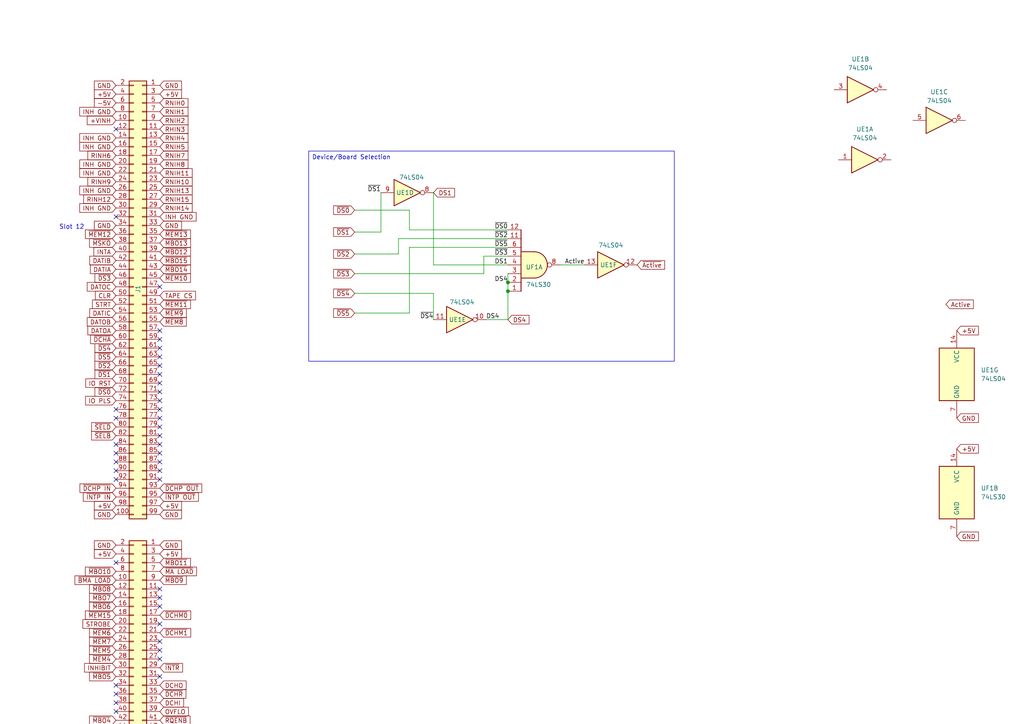
<source format=kicad_sch>
(kicad_sch (version 20230121) (generator eeschema)
  (paper "A4")
  (lib_symbols
    (symbol "74xx:74LS04"
      (property "Reference" "U" (at 0 1.27 0))
      (property "Value" "74LS04" (at 0 -1.27 0))
      (symbol "74LS04_1_0"
        (polyline (pts (xy -3.81 3.81) (xy -3.81 -3.81) (xy 3.81 0) (xy -3.81 3.81)) (stroke (width 0.254)) (fill (type background)))
        (pin input line (at -7.62 0 0) (length 3.81) (name "~") (number "1"))
        (pin output inverted (at 7.62 0 180) (length 3.81) (name "~") (number "2"))
      )
      (symbol "74LS04_2_0"
        (polyline (pts (xy -3.81 3.81) (xy -3.81 -3.81) (xy 3.81 0) (xy -3.81 3.81)) (stroke (width 0.254)) (fill (type background)))
        (pin input line (at -7.62 0 0) (length 3.81) (name "~") (number "3"))
        (pin output inverted (at 7.62 0 180) (length 3.81) (name "~") (number "4"))
      )
      (symbol "74LS04_3_0"
        (polyline (pts (xy -3.81 3.81) (xy -3.81 -3.81) (xy 3.81 0) (xy -3.81 3.81)) (stroke (width 0.254)) (fill (type background)))
        (pin input line (at -7.62 0 0) (length 3.81) (name "~") (number "5"))
        (pin output inverted (at 7.62 0 180) (length 3.81) (name "~") (number "6"))
      )
      (symbol "74LS04_4_0"
        (polyline (pts (xy -3.81 3.81) (xy -3.81 -3.81) (xy 3.81 0) (xy -3.81 3.81)) (stroke (width 0.254)) (fill (type background)))
        (pin output inverted (at 7.62 0 180) (length 3.81) (name "~") (number "8"))
        (pin input line (at -7.62 0 0) (length 3.81) (name "~") (number "9"))
      )
      (symbol "74LS04_5_0"
        (polyline (pts (xy -3.81 3.81) (xy -3.81 -3.81) (xy 3.81 0) (xy -3.81 3.81)) (stroke (width 0.254)) (fill (type background)))
        (pin output inverted (at 7.62 0 180) (length 3.81) (name "~") (number "10"))
        (pin input line (at -7.62 0 0) (length 3.81) (name "~") (number "11"))
      )
      (symbol "74LS04_6_0"
        (polyline (pts (xy -3.81 3.81) (xy -3.81 -3.81) (xy 3.81 0) (xy -3.81 3.81)) (stroke (width 0.254)) (fill (type background)))
        (pin output inverted (at 7.62 0 180) (length 3.81) (name "~") (number "12"))
        (pin input line (at -7.62 0 0) (length 3.81) (name "~") (number "13"))
      )
      (symbol "74LS04_7_0"
        (pin power_in line (at 0 12.7 270) (length 5.08) (name "VCC") (number "14"))
        (pin power_in line (at 0 -12.7 90) (length 5.08) (name "GND") (number "7"))
      )
      (symbol "74LS04_7_1"
        (rectangle (start -5.08 7.62) (end 5.08 -7.62) (stroke (width 0.254)) (fill (type background)))
      )
    )
    (symbol "74xx:74LS30" (pin_names (offset 1.016))
      (property "Reference" "U" (at 0 1.27 0))
      (property "Value" "74LS30" (at 0 -1.27 0))
      (symbol "74LS30_1_1"
        (arc (start 0 -3.81) (mid 3.7934 0) (end 0 3.81) (stroke (width 0.254)) (fill (type background)))
        (polyline (pts (xy -3.81 7.62) (xy -3.81 -10.16)) (stroke (width 0.254)))
        (polyline (pts (xy 0 3.81) (xy -3.81 3.81) (xy -3.81 -3.81) (xy 0 -3.81)) (stroke (width 0.254)) (fill (type background)))
        (pin input line (at -7.62 7.62 0) (length 3.81) (name "~") (number "1"))
        (pin input line (at -7.62 -7.62 0) (length 3.81) (name "~") (number "11"))
        (pin input line (at -7.62 -10.16 0) (length 3.81) (name "~") (number "12"))
        (pin input line (at -7.62 5.08 0) (length 3.81) (name "~") (number "2"))
        (pin input line (at -7.62 2.54 0) (length 3.81) (name "~") (number "3"))
        (pin input line (at -7.62 0 0) (length 3.81) (name "~") (number "4"))
        (pin input line (at -7.62 -2.54 0) (length 3.81) (name "~") (number "5"))
        (pin input line (at -7.62 -5.08 0) (length 3.81) (name "~") (number "6"))
        (pin output inverted (at 7.62 0 180) (length 3.81) (name "~") (number "8"))
      )
      (symbol "74LS30_1_2"
        (arc (start -3.81 -3.81) (mid -2.589 0) (end -3.81 3.81) (stroke (width 0.254)))
        (arc (start -0.6096 -3.81) (mid 2.1842 -2.5851) (end 3.81 0) (stroke (width 0.254)) (fill (type background)))
        (polyline (pts (xy -3.81 -3.81) (xy -3.81 -10.16)) (stroke (width 0.254)))
        (polyline (pts (xy -3.81 -3.81) (xy -0.635 -3.81)) (stroke (width 0.254)) (fill (type background)))
        (polyline (pts (xy -3.81 3.81) (xy -0.635 3.81)) (stroke (width 0.254)) (fill (type background)))
        (polyline (pts (xy -3.81 7.62) (xy -3.81 3.81)) (stroke (width 0.254)))
        (polyline (pts (xy -0.635 3.81) (xy -3.81 3.81) (xy -3.81 3.81) (xy -3.556 3.4036) (xy -3.0226 2.2606) (xy -2.6924 1.0414) (xy -2.6162 -0.254) (xy -2.7686 -1.4986) (xy -3.175 -2.7178) (xy -3.81 -3.81) (xy -3.81 -3.81) (xy -0.635 -3.81)) (stroke (width -25.4)) (fill (type background)))
        (arc (start 3.81 0) (mid 2.1915 2.5936) (end -0.6096 3.81) (stroke (width 0.254)) (fill (type background)))
        (pin input inverted (at -7.62 7.62 0) (length 3.81) (name "~") (number "1"))
        (pin input inverted (at -7.62 -7.62 0) (length 3.81) (name "~") (number "11"))
        (pin input inverted (at -7.62 -10.16 0) (length 3.81) (name "~") (number "12"))
        (pin input inverted (at -7.62 5.08 0) (length 3.81) (name "~") (number "2"))
        (pin input inverted (at -7.62 2.54 0) (length 4.5466) (name "~") (number "3"))
        (pin input inverted (at -7.62 0 0) (length 5.08) (name "~") (number "4"))
        (pin input inverted (at -7.62 -2.54 0) (length 4.5466) (name "~") (number "5"))
        (pin input inverted (at -7.62 -5.08 0) (length 3.81) (name "~") (number "6"))
        (pin output line (at 7.62 0 180) (length 3.81) (name "~") (number "8"))
      )
      (symbol "74LS30_2_0"
        (pin power_in line (at 0 12.7 270) (length 5.08) (name "VCC") (number "14"))
        (pin power_in line (at 0 -12.7 90) (length 5.08) (name "GND") (number "7"))
      )
      (symbol "74LS30_2_1"
        (rectangle (start -5.08 7.62) (end 5.08 -7.62) (stroke (width 0.254)) (fill (type background)))
      )
    )
    (symbol "NovaMem-rescue:Slot_02x50_Odd_Even-_local" (pin_names (offset 1.016) hide)
      (property "Reference" "J" (at 1.27 63.5 0))
      (property "Value" "_local_Slot_02x50_Odd_Even" (at 0 -66.04 0))
      (symbol "Slot_02x50_Odd_Even-_local_1_1"
        (rectangle (start -1.27 -63.373) (end 0 -63.627) (stroke (width 0.1524)))
        (rectangle (start -1.27 -60.833) (end 0 -61.087) (stroke (width 0.1524)))
        (rectangle (start -1.27 -58.293) (end 0 -58.547) (stroke (width 0.1524)))
        (rectangle (start -1.27 -55.753) (end 0 -56.007) (stroke (width 0.1524)))
        (rectangle (start -1.27 -53.213) (end 0 -53.467) (stroke (width 0.1524)))
        (rectangle (start -1.27 -50.673) (end 0 -50.927) (stroke (width 0.1524)))
        (rectangle (start -1.27 -48.133) (end 0 -48.387) (stroke (width 0.1524)))
        (rectangle (start -1.27 -45.593) (end 0 -45.847) (stroke (width 0.1524)))
        (rectangle (start -1.27 -43.053) (end 0 -43.307) (stroke (width 0.1524)))
        (rectangle (start -1.27 -40.513) (end 0 -40.767) (stroke (width 0.1524)))
        (rectangle (start -1.27 -37.973) (end 0 -38.227) (stroke (width 0.1524)))
        (rectangle (start -1.27 -35.433) (end 0 -35.687) (stroke (width 0.1524)))
        (rectangle (start -1.27 -32.893) (end 0 -33.147) (stroke (width 0.1524)))
        (rectangle (start -1.27 -30.353) (end 0 -30.607) (stroke (width 0.1524)))
        (rectangle (start -1.27 -27.813) (end 0 -28.067) (stroke (width 0.1524)))
        (rectangle (start -1.27 -25.273) (end 0 -25.527) (stroke (width 0.1524)))
        (rectangle (start -1.27 -22.733) (end 0 -22.987) (stroke (width 0.1524)))
        (rectangle (start -1.27 -20.193) (end 0 -20.447) (stroke (width 0.1524)))
        (rectangle (start -1.27 -17.653) (end 0 -17.907) (stroke (width 0.1524)))
        (rectangle (start -1.27 -15.113) (end 0 -15.367) (stroke (width 0.1524)))
        (rectangle (start -1.27 -12.573) (end 0 -12.827) (stroke (width 0.1524)))
        (rectangle (start -1.27 -10.033) (end 0 -10.287) (stroke (width 0.1524)))
        (rectangle (start -1.27 -7.493) (end 0 -7.747) (stroke (width 0.1524)))
        (rectangle (start -1.27 -4.953) (end 0 -5.207) (stroke (width 0.1524)))
        (rectangle (start -1.27 -2.413) (end 0 -2.667) (stroke (width 0.1524)))
        (rectangle (start -1.27 0.127) (end 0 -0.127) (stroke (width 0.1524)))
        (rectangle (start -1.27 2.667) (end 0 2.413) (stroke (width 0.1524)))
        (rectangle (start -1.27 5.207) (end 0 4.953) (stroke (width 0.1524)))
        (rectangle (start -1.27 7.747) (end 0 7.493) (stroke (width 0.1524)))
        (rectangle (start -1.27 10.287) (end 0 10.033) (stroke (width 0.1524)))
        (rectangle (start -1.27 12.827) (end 0 12.573) (stroke (width 0.1524)))
        (rectangle (start -1.27 15.367) (end 0 15.113) (stroke (width 0.1524)))
        (rectangle (start -1.27 17.907) (end 0 17.653) (stroke (width 0.1524)))
        (rectangle (start -1.27 20.447) (end 0 20.193) (stroke (width 0.1524)))
        (rectangle (start -1.27 22.987) (end 0 22.733) (stroke (width 0.1524)))
        (rectangle (start -1.27 25.527) (end 0 25.273) (stroke (width 0.1524)))
        (rectangle (start -1.27 28.067) (end 0 27.813) (stroke (width 0.1524)))
        (rectangle (start -1.27 30.607) (end 0 30.353) (stroke (width 0.1524)))
        (rectangle (start -1.27 33.147) (end 0 32.893) (stroke (width 0.1524)))
        (rectangle (start -1.27 35.687) (end 0 35.433) (stroke (width 0.1524)))
        (rectangle (start -1.27 38.227) (end 0 37.973) (stroke (width 0.1524)))
        (rectangle (start -1.27 40.767) (end 0 40.513) (stroke (width 0.1524)))
        (rectangle (start -1.27 43.307) (end 0 43.053) (stroke (width 0.1524)))
        (rectangle (start -1.27 45.847) (end 0 45.593) (stroke (width 0.1524)))
        (rectangle (start -1.27 48.387) (end 0 48.133) (stroke (width 0.1524)))
        (rectangle (start -1.27 50.927) (end 0 50.673) (stroke (width 0.1524)))
        (rectangle (start -1.27 53.467) (end 0 53.213) (stroke (width 0.1524)))
        (rectangle (start -1.27 56.007) (end 0 55.753) (stroke (width 0.1524)))
        (rectangle (start -1.27 58.547) (end 0 58.293) (stroke (width 0.1524)))
        (rectangle (start -1.27 61.087) (end 0 60.833) (stroke (width 0.1524)))
        (rectangle (start -1.27 62.23) (end 3.81 -64.77) (stroke (width 0.254)) (fill (type background)))
        (rectangle (start 3.81 -63.373) (end 2.54 -63.627) (stroke (width 0.1524)))
        (rectangle (start 3.81 -60.833) (end 2.54 -61.087) (stroke (width 0.1524)))
        (rectangle (start 3.81 -58.293) (end 2.54 -58.547) (stroke (width 0.1524)))
        (rectangle (start 3.81 -55.753) (end 2.54 -56.007) (stroke (width 0.1524)))
        (rectangle (start 3.81 -53.213) (end 2.54 -53.467) (stroke (width 0.1524)))
        (rectangle (start 3.81 -50.673) (end 2.54 -50.927) (stroke (width 0.1524)))
        (rectangle (start 3.81 -48.133) (end 2.54 -48.387) (stroke (width 0.1524)))
        (rectangle (start 3.81 -45.593) (end 2.54 -45.847) (stroke (width 0.1524)))
        (rectangle (start 3.81 -43.053) (end 2.54 -43.307) (stroke (width 0.1524)))
        (rectangle (start 3.81 -40.513) (end 2.54 -40.767) (stroke (width 0.1524)))
        (rectangle (start 3.81 -37.973) (end 2.54 -38.227) (stroke (width 0.1524)))
        (rectangle (start 3.81 -35.433) (end 2.54 -35.687) (stroke (width 0.1524)))
        (rectangle (start 3.81 -32.893) (end 2.54 -33.147) (stroke (width 0.1524)))
        (rectangle (start 3.81 -30.353) (end 2.54 -30.607) (stroke (width 0.1524)))
        (rectangle (start 3.81 -27.813) (end 2.54 -28.067) (stroke (width 0.1524)))
        (rectangle (start 3.81 -25.273) (end 2.54 -25.527) (stroke (width 0.1524)))
        (rectangle (start 3.81 -22.733) (end 2.54 -22.987) (stroke (width 0.1524)))
        (rectangle (start 3.81 -20.193) (end 2.54 -20.447) (stroke (width 0.1524)))
        (rectangle (start 3.81 -17.653) (end 2.54 -17.907) (stroke (width 0.1524)))
        (rectangle (start 3.81 -15.113) (end 2.54 -15.367) (stroke (width 0.1524)))
        (rectangle (start 3.81 -12.573) (end 2.54 -12.827) (stroke (width 0.1524)))
        (rectangle (start 3.81 -10.033) (end 2.54 -10.287) (stroke (width 0.1524)))
        (rectangle (start 3.81 -7.493) (end 2.54 -7.747) (stroke (width 0.1524)))
        (rectangle (start 3.81 -4.953) (end 2.54 -5.207) (stroke (width 0.1524)))
        (rectangle (start 3.81 -2.413) (end 2.54 -2.667) (stroke (width 0.1524)))
        (rectangle (start 3.81 0.127) (end 2.54 -0.127) (stroke (width 0.1524)))
        (rectangle (start 3.81 2.667) (end 2.54 2.413) (stroke (width 0.1524)))
        (rectangle (start 3.81 5.207) (end 2.54 4.953) (stroke (width 0.1524)))
        (rectangle (start 3.81 7.747) (end 2.54 7.493) (stroke (width 0.1524)))
        (rectangle (start 3.81 10.287) (end 2.54 10.033) (stroke (width 0.1524)))
        (rectangle (start 3.81 12.827) (end 2.54 12.573) (stroke (width 0.1524)))
        (rectangle (start 3.81 15.367) (end 2.54 15.113) (stroke (width 0.1524)))
        (rectangle (start 3.81 17.907) (end 2.54 17.653) (stroke (width 0.1524)))
        (rectangle (start 3.81 20.447) (end 2.54 20.193) (stroke (width 0.1524)))
        (rectangle (start 3.81 22.987) (end 2.54 22.733) (stroke (width 0.1524)))
        (rectangle (start 3.81 25.527) (end 2.54 25.273) (stroke (width 0.1524)))
        (rectangle (start 3.81 28.067) (end 2.54 27.813) (stroke (width 0.1524)))
        (rectangle (start 3.81 30.607) (end 2.54 30.353) (stroke (width 0.1524)))
        (rectangle (start 3.81 33.147) (end 2.54 32.893) (stroke (width 0.1524)))
        (rectangle (start 3.81 35.687) (end 2.54 35.433) (stroke (width 0.1524)))
        (rectangle (start 3.81 38.227) (end 2.54 37.973) (stroke (width 0.1524)))
        (rectangle (start 3.81 40.767) (end 2.54 40.513) (stroke (width 0.1524)))
        (rectangle (start 3.81 43.307) (end 2.54 43.053) (stroke (width 0.1524)))
        (rectangle (start 3.81 45.847) (end 2.54 45.593) (stroke (width 0.1524)))
        (rectangle (start 3.81 48.387) (end 2.54 48.133) (stroke (width 0.1524)))
        (rectangle (start 3.81 50.927) (end 2.54 50.673) (stroke (width 0.1524)))
        (rectangle (start 3.81 53.467) (end 2.54 53.213) (stroke (width 0.1524)))
        (rectangle (start 3.81 56.007) (end 2.54 55.753) (stroke (width 0.1524)))
        (rectangle (start 3.81 58.547) (end 2.54 58.293) (stroke (width 0.1524)))
        (rectangle (start 3.81 61.087) (end 2.54 60.833) (stroke (width 0.1524)))
        (pin passive line (at -5.08 60.96 0) (length 3.81) (name "Pin_1") (number "1"))
        (pin passive line (at 7.62 50.8 180) (length 3.81) (name "Pin_10") (number "10"))
        (pin passive line (at 7.62 -63.5 180) (length 3.81) (name "Pin_100") (number "100"))
        (pin passive line (at -5.08 48.26 0) (length 3.81) (name "Pin_11") (number "11"))
        (pin passive line (at 7.62 48.26 180) (length 3.81) (name "Pin_12") (number "12"))
        (pin passive line (at -5.08 45.72 0) (length 3.81) (name "Pin_13") (number "13"))
        (pin passive line (at 7.62 45.72 180) (length 3.81) (name "Pin_14") (number "14"))
        (pin passive line (at -5.08 43.18 0) (length 3.81) (name "Pin_15") (number "15"))
        (pin passive line (at 7.62 43.18 180) (length 3.81) (name "Pin_16") (number "16"))
        (pin passive line (at -5.08 40.64 0) (length 3.81) (name "Pin_17") (number "17"))
        (pin passive line (at 7.62 40.64 180) (length 3.81) (name "Pin_18") (number "18"))
        (pin passive line (at -5.08 38.1 0) (length 3.81) (name "Pin_19") (number "19"))
        (pin passive line (at 7.62 60.96 180) (length 3.81) (name "Pin_2") (number "2"))
        (pin passive line (at 7.62 38.1 180) (length 3.81) (name "Pin_20") (number "20"))
        (pin passive line (at -5.08 35.56 0) (length 3.81) (name "Pin_21") (number "21"))
        (pin passive line (at 7.62 35.56 180) (length 3.81) (name "Pin_22") (number "22"))
        (pin passive line (at -5.08 33.02 0) (length 3.81) (name "Pin_23") (number "23"))
        (pin passive line (at 7.62 33.02 180) (length 3.81) (name "Pin_24") (number "24"))
        (pin passive line (at -5.08 30.48 0) (length 3.81) (name "Pin_25") (number "25"))
        (pin passive line (at 7.62 30.48 180) (length 3.81) (name "Pin_26") (number "26"))
        (pin passive line (at -5.08 27.94 0) (length 3.81) (name "Pin_27") (number "27"))
        (pin passive line (at 7.62 27.94 180) (length 3.81) (name "Pin_28") (number "28"))
        (pin passive line (at -5.08 25.4 0) (length 3.81) (name "Pin_29") (number "29"))
        (pin passive line (at -5.08 58.42 0) (length 3.81) (name "Pin_3") (number "3"))
        (pin passive line (at 7.62 25.4 180) (length 3.81) (name "Pin_30") (number "30"))
        (pin passive line (at -5.08 22.86 0) (length 3.81) (name "Pin_31") (number "31"))
        (pin passive line (at 7.62 22.86 180) (length 3.81) (name "Pin_32") (number "32"))
        (pin passive line (at -5.08 20.32 0) (length 3.81) (name "Pin_33") (number "33"))
        (pin passive line (at 7.62 20.32 180) (length 3.81) (name "Pin_34") (number "34"))
        (pin passive line (at -5.08 17.78 0) (length 3.81) (name "Pin_35") (number "35"))
        (pin passive line (at 7.62 17.78 180) (length 3.81) (name "Pin_36") (number "36"))
        (pin passive line (at -5.08 15.24 0) (length 3.81) (name "Pin_37") (number "37"))
        (pin passive line (at 7.62 15.24 180) (length 3.81) (name "Pin_38") (number "38"))
        (pin passive line (at -5.08 12.7 0) (length 3.81) (name "Pin_39") (number "39"))
        (pin passive line (at 7.62 58.42 180) (length 3.81) (name "Pin_4") (number "4"))
        (pin passive line (at 7.62 12.7 180) (length 3.81) (name "Pin_40") (number "40"))
        (pin passive line (at -5.08 10.16 0) (length 3.81) (name "Pin_41") (number "41"))
        (pin passive line (at 7.62 10.16 180) (length 3.81) (name "Pin_42") (number "42"))
        (pin passive line (at -5.08 7.62 0) (length 3.81) (name "Pin_43") (number "43"))
        (pin passive line (at 7.62 7.62 180) (length 3.81) (name "Pin_44") (number "44"))
        (pin passive line (at -5.08 5.08 0) (length 3.81) (name "Pin_45") (number "45"))
        (pin passive line (at 7.62 5.08 180) (length 3.81) (name "Pin_46") (number "46"))
        (pin passive line (at -5.08 2.54 0) (length 3.81) (name "Pin_47") (number "47"))
        (pin passive line (at 7.62 2.54 180) (length 3.81) (name "Pin_48") (number "48"))
        (pin passive line (at -5.08 0 0) (length 3.81) (name "Pin_49") (number "49"))
        (pin passive line (at -5.08 55.88 0) (length 3.81) (name "Pin_5") (number "5"))
        (pin passive line (at 7.62 0 180) (length 3.81) (name "Pin_50") (number "50"))
        (pin passive line (at -5.08 -2.54 0) (length 3.81) (name "Pin_51") (number "51"))
        (pin passive line (at 7.62 -2.54 180) (length 3.81) (name "Pin_52") (number "52"))
        (pin passive line (at -5.08 -5.08 0) (length 3.81) (name "Pin_53") (number "53"))
        (pin passive line (at 7.62 -5.08 180) (length 3.81) (name "Pin_54") (number "54"))
        (pin passive line (at -5.08 -7.62 0) (length 3.81) (name "Pin_55") (number "55"))
        (pin passive line (at 7.62 -7.62 180) (length 3.81) (name "Pin_56") (number "56"))
        (pin passive line (at -5.08 -10.16 0) (length 3.81) (name "Pin_57") (number "57"))
        (pin passive line (at 7.62 -10.16 180) (length 3.81) (name "Pin_58") (number "58"))
        (pin passive line (at -5.08 -12.7 0) (length 3.81) (name "Pin_59") (number "59"))
        (pin passive line (at 7.62 55.88 180) (length 3.81) (name "Pin_6") (number "6"))
        (pin passive line (at 7.62 -12.7 180) (length 3.81) (name "Pin_60") (number "60"))
        (pin passive line (at -5.08 -15.24 0) (length 3.81) (name "Pin_61") (number "61"))
        (pin passive line (at 7.62 -15.24 180) (length 3.81) (name "Pin_62") (number "62"))
        (pin passive line (at -5.08 -17.78 0) (length 3.81) (name "Pin_63") (number "63"))
        (pin passive line (at 7.62 -17.78 180) (length 3.81) (name "Pin_64") (number "64"))
        (pin passive line (at -5.08 -20.32 0) (length 3.81) (name "Pin_65") (number "65"))
        (pin passive line (at 7.62 -20.32 180) (length 3.81) (name "Pin_66") (number "66"))
        (pin passive line (at -5.08 -22.86 0) (length 3.81) (name "Pin_67") (number "67"))
        (pin passive line (at 7.62 -22.86 180) (length 3.81) (name "Pin_68") (number "68"))
        (pin passive line (at -5.08 -25.4 0) (length 3.81) (name "Pin_69") (number "69"))
        (pin passive line (at -5.08 53.34 0) (length 3.81) (name "Pin_7") (number "7"))
        (pin passive line (at 7.62 -25.4 180) (length 3.81) (name "Pin_70") (number "70"))
        (pin passive line (at -5.08 -27.94 0) (length 3.81) (name "Pin_71") (number "71"))
        (pin passive line (at 7.62 -27.94 180) (length 3.81) (name "Pin_72") (number "72"))
        (pin passive line (at -5.08 -30.48 0) (length 3.81) (name "Pin_73") (number "73"))
        (pin passive line (at 7.62 -30.48 180) (length 3.81) (name "Pin_74") (number "74"))
        (pin passive line (at -5.08 -33.02 0) (length 3.81) (name "Pin_75") (number "75"))
        (pin passive line (at 7.62 -33.02 180) (length 3.81) (name "Pin_76") (number "76"))
        (pin passive line (at -5.08 -35.56 0) (length 3.81) (name "Pin_77") (number "77"))
        (pin passive line (at 7.62 -35.56 180) (length 3.81) (name "Pin_78") (number "78"))
        (pin passive line (at -5.08 -38.1 0) (length 3.81) (name "Pin_79") (number "79"))
        (pin passive line (at 7.62 53.34 180) (length 3.81) (name "Pin_8") (number "8"))
        (pin passive line (at 7.62 -38.1 180) (length 3.81) (name "Pin_80") (number "80"))
        (pin passive line (at -5.08 -40.64 0) (length 3.81) (name "Pin_81") (number "81"))
        (pin passive line (at 7.62 -40.64 180) (length 3.81) (name "Pin_82") (number "82"))
        (pin passive line (at -5.08 -43.18 0) (length 3.81) (name "Pin_83") (number "83"))
        (pin passive line (at 7.62 -43.18 180) (length 3.81) (name "Pin_84") (number "84"))
        (pin passive line (at -5.08 -45.72 0) (length 3.81) (name "Pin_85") (number "85"))
        (pin passive line (at 7.62 -45.72 180) (length 3.81) (name "Pin_86") (number "86"))
        (pin passive line (at -5.08 -48.26 0) (length 3.81) (name "Pin_87") (number "87"))
        (pin passive line (at 7.62 -48.26 180) (length 3.81) (name "Pin_88") (number "88"))
        (pin passive line (at -5.08 -50.8 0) (length 3.81) (name "Pin_89") (number "89"))
        (pin passive line (at -5.08 50.8 0) (length 3.81) (name "Pin_9") (number "9"))
        (pin passive line (at 7.62 -50.8 180) (length 3.81) (name "Pin_90") (number "90"))
        (pin passive line (at -5.08 -53.34 0) (length 3.81) (name "Pin_91") (number "91"))
        (pin passive line (at 7.62 -53.34 180) (length 3.81) (name "Pin_92") (number "92"))
        (pin passive line (at -5.08 -55.88 0) (length 3.81) (name "Pin_93") (number "93"))
        (pin passive line (at 7.62 -55.88 180) (length 3.81) (name "Pin_94") (number "94"))
        (pin passive line (at -5.08 -58.42 0) (length 3.81) (name "Pin_95") (number "95"))
        (pin passive line (at 7.62 -58.42 180) (length 3.81) (name "Pin_96") (number "96"))
        (pin passive line (at -5.08 -60.96 0) (length 3.81) (name "Pin_69") (number "97"))
        (pin passive line (at 7.62 -60.96 180) (length 3.81) (name "Pin_98") (number "98"))
        (pin passive line (at -5.08 -63.5 0) (length 3.81) (name "Pin_99") (number "99"))
      )
    )
  )
  (junction (at 147.32 81.915))
  (junction (at 147.32 84.455))
  (no_connect (at 46.355 121.285))
  (no_connect (at 33.655 133.985))
  (no_connect (at 46.355 116.205))
  (no_connect (at 46.355 173.355))
  (no_connect (at 46.355 111.125))
  (no_connect (at 33.655 221.615))
  (no_connect (at 33.655 131.445))
  (no_connect (at 33.655 203.835))
  (no_connect (at 33.655 267.335))
  (no_connect (at 33.655 136.525))
  (no_connect (at 46.355 272.415))
  (no_connect (at 46.355 244.475))
  (no_connect (at 46.355 131.445))
  (no_connect (at 33.655 139.065))
  (no_connect (at 46.355 241.935))
  (no_connect (at 33.655 206.375))
  (no_connect (at 46.355 100.965))
  (no_connect (at 33.655 224.155))
  (no_connect (at 46.355 219.075))
  (no_connect (at 46.355 221.615))
  (no_connect (at 46.355 186.055))
  (no_connect (at 46.355 196.215))
  (no_connect (at 33.655 198.755))
  (no_connect (at 33.655 216.535))
  (no_connect (at 33.655 163.195))
  (no_connect (at 46.355 106.045))
  (no_connect (at 33.655 201.295))
  (no_connect (at 46.355 274.955))
  (no_connect (at 46.355 95.885))
  (no_connect (at 46.355 108.585))
  (no_connect (at 46.355 224.155))
  (no_connect (at 46.355 126.365))
  (no_connect (at 46.355 188.595))
  (no_connect (at 46.355 123.825))
  (no_connect (at 46.355 128.905))
  (no_connect (at 46.355 170.815))
  (no_connect (at 46.355 133.985))
  (no_connect (at 33.655 62.865))
  (no_connect (at 33.655 128.905))
  (no_connect (at 46.355 175.895))
  (no_connect (at 46.355 118.745))
  (no_connect (at 46.355 191.135))
  (no_connect (at 33.655 277.495))
  (no_connect (at 46.355 113.665))
  (no_connect (at 46.355 136.525))
  (no_connect (at 46.355 180.975))
  (no_connect (at 33.655 121.285))
  (no_connect (at 46.355 103.505))
  (no_connect (at 33.655 274.955))
  (no_connect (at 46.355 139.065))
  (no_connect (at 33.655 118.745))
  (no_connect (at 46.355 262.255))
  (no_connect (at 46.355 98.425))
  (no_connect (at 33.655 37.465))
  (no_connect (at 46.355 83.185))
  (wire (pts (xy 118.745 60.96) (xy 102.87 60.96)))
  (wire (pts (xy 110.49 67.31) (xy 110.49 55.88)))
  (wire (pts (xy 125.73 76.835) (xy 147.32 76.835)))
  (wire (pts (xy 140.335 74.295) (xy 147.32 74.295)))
  (wire (pts (xy 118.745 90.805) (xy 118.745 71.755)))
  (wire (pts (xy 102.87 67.31) (xy 110.49 67.31)))
  (wire (pts (xy 118.745 71.755) (xy 147.32 71.755)))
  (wire (pts (xy 115.57 73.66) (xy 115.57 69.215)))
  (wire (pts (xy 115.57 69.215) (xy 147.32 69.215)))
  (wire (pts (xy 140.97 92.71) (xy 147.32 92.71)))
  (wire (pts (xy 118.745 66.675) (xy 118.745 60.96)))
  (wire (pts (xy 102.87 79.375) (xy 140.335 79.375)))
  (wire (pts (xy 162.56 76.835) (xy 169.545 76.835)))
  (wire (pts (xy 102.87 73.66) (xy 115.57 73.66)))
  (wire (pts (xy 147.32 92.71) (xy 147.32 84.455)))
  (wire (pts (xy 125.73 55.88) (xy 125.73 76.835)))
  (wire (pts (xy 147.32 66.675) (xy 118.745 66.675)))
  (wire (pts (xy 102.87 90.805) (xy 118.745 90.805)))
  (wire (pts (xy 140.335 79.375) (xy 140.335 74.295)))
  (wire (pts (xy 102.87 85.09) (xy 125.73 85.09)))
  (wire (pts (xy 147.32 81.915) (xy 147.32 79.375)))
  (wire (pts (xy 125.73 85.09) (xy 125.73 92.71)))
  (wire (pts (xy 147.32 84.455) (xy 147.32 81.915)))
  (text_box "Device/Board Selection" (at 89.535 43.815 0) (size 106.045 60.96) (effects (font (size 1.27 1.27)) (justify left top)))
  (text "Slot 12" (at 17.145 66.675 0) (effects (font (size 1.27 1.27)) (justify left bottom)))
  (text "Slot 12" (at 12.7 250.825 0) (effects (font (size 1.27 1.27)) (justify left bottom)))
  (text "Slot 12" (at 64.135 219.71 0) (effects (font (size 1.27 1.27)) (justify right bottom)))
  (text "Slot 12" (at 64.77 250.19 0) (effects (font (size 1.27 1.27)) (justify right bottom)))
  (text "B" (at 13.335 222.885 90) (effects (font (size 1.27 1.27)) (justify left bottom)))
  (label "DS4" (at 147.32 81.915 180))
  (label "~{DS2}" (at 147.32 69.215 180))
  (label "~{DS5}" (at 147.32 71.755 180))
  (label "Active" (at 169.545 76.835 180))
  (label "~{DS0}" (at 147.32 66.675 180))
  (label "~{DS1}" (at 110.49 55.88 180))
  (label "~{DS3}" (at 147.32 74.295 180))
  (label "DS4" (at 140.97 92.71 0))
  (label "DS1" (at 147.32 76.835 180))
  (label "~{DS4}" (at 125.73 92.71 180))
  (global_label "DATIA" (shape input) (at 33.655 78.105 180) (property "Intersheetrefs" "${INTERSHEET_REFS}" (effects hide)))
  (global_label "~{DATA15}" (shape input) (at 33.655 239.395 180) (property "Intersheetrefs" "${INTERSHEET_REFS}" (effects hide)))
  (global_label "+5V" (shape input) (at 33.655 280.035 180) (property "Intersheetrefs" "${INTERSHEET_REFS}" (effects hide)))
  (global_label "INH GND" (shape input) (at 33.655 60.325 180) (property "Intersheetrefs" "${INTERSHEET_REFS}" (effects hide)))
  (global_label "~{DS3}" (shape input) (at 33.655 80.645 180) (property "Intersheetrefs" "${INTERSHEET_REFS}" (effects hide)))
  (global_label "IO PLS" (shape input) (at 33.655 116.205 180) (property "Intersheetrefs" "${INTERSHEET_REFS}" (effects hide)))
  (global_label "~{DS0}" (shape input) (at 33.655 113.665 180) (property "Intersheetrefs" "${INTERSHEET_REFS}" (effects hide)))
  (global_label "~{INHIBIT SELECT}" (shape input) (at 46.355 264.795 0) (property "Intersheetrefs" "${INTERSHEET_REFS}" (effects hide)))
  (global_label "~{MBO8}" (shape input) (at 33.655 170.815 180) (property "Intersheetrefs" "${INTERSHEET_REFS}" (effects hide)))
  (global_label "~{DCHP OUT}" (shape input) (at 46.355 141.605 0) (property "Intersheetrefs" "${INTERSHEET_REFS}" (effects hide)))
  (global_label "STRT" (shape input) (at 33.655 88.265 180) (property "Intersheetrefs" "${INTERSHEET_REFS}" (effects hide)))
  (global_label "GND" (shape input) (at 33.655 149.225 180) (property "Intersheetrefs" "${INTERSHEET_REFS}" (effects hide)))
  (global_label "INH GND" (shape input) (at 33.655 50.165 180) (property "Intersheetrefs" "${INTERSHEET_REFS}" (effects hide)))
  (global_label "+5V" (shape input) (at 33.655 27.305 180) (property "Intersheetrefs" "${INTERSHEET_REFS}" (effects hide)))
  (global_label "~{MEM14}" (shape input) (at 33.655 252.095 180) (property "Intersheetrefs" "${INTERSHEET_REFS}" (effects hide)))
  (global_label "~{MEM7}" (shape input) (at 33.655 186.055 180) (property "Intersheetrefs" "${INTERSHEET_REFS}" (effects hide)))
  (global_label "~{MSKO}" (shape input) (at 33.655 70.485 180) (property "Intersheetrefs" "${INTERSHEET_REFS}" (effects hide)))
  (global_label "RNIH1" (shape input) (at 46.355 32.385 0) (property "Intersheetrefs" "${INTERSHEET_REFS}" (effects hide)))
  (global_label "~{EXT SELECT}" (shape input) (at 33.655 257.175 180) (property "Intersheetrefs" "${INTERSHEET_REFS}" (effects hide)))
  (global_label "RNIH5" (shape input) (at 46.355 42.545 0) (property "Intersheetrefs" "${INTERSHEET_REFS}" (effects hide)))
  (global_label "~{INH TRANS}" (shape input) (at 46.355 213.995 0) (property "Intersheetrefs" "${INTERSHEET_REFS}" (effects hide)))
  (global_label "~{MEM10}" (shape input) (at 46.355 80.645 0) (property "Intersheetrefs" "${INTERSHEET_REFS}" (effects hide)))
  (global_label "~{MBO9}" (shape input) (at 46.355 168.275 0) (property "Intersheetrefs" "${INTERSHEET_REFS}" (effects hide)))
  (global_label "~{READ2}" (shape input) (at 33.655 269.875 180) (property "Intersheetrefs" "${INTERSHEET_REFS}" (effects hide)))
  (global_label "IO RST" (shape input) (at 33.655 111.125 180) (property "Intersheetrefs" "${INTERSHEET_REFS}" (effects hide)))
  (global_label "~{BMA LOAD}" (shape input) (at 33.655 168.275 180) (property "Intersheetrefs" "${INTERSHEET_REFS}" (effects hide)))
  (global_label "+5V" (shape input) (at 33.655 160.655 180) (property "Intersheetrefs" "${INTERSHEET_REFS}" (effects hide)))
  (global_label "~{DS4}" (shape input) (at 102.87 85.09 180) (property "Intersheetrefs" "${INTERSHEET_REFS}" (effects hide)))
  (global_label "~{MEM9}" (shape input) (at 46.355 90.805 0) (property "Intersheetrefs" "${INTERSHEET_REFS}" (effects hide)))
  (global_label "~{INTR}" (shape input) (at 46.355 193.675 0) (property "Intersheetrefs" "${INTERSHEET_REFS}" (effects hide)))
  (global_label "~{DATA1}" (shape input) (at 46.355 239.395 0) (property "Intersheetrefs" "${INTERSHEET_REFS}" (effects hide)))
  (global_label "GND" (shape input) (at 33.655 24.765 180) (property "Intersheetrefs" "${INTERSHEET_REFS}" (effects hide)))
  (global_label "RNIH8" (shape input) (at 46.355 47.625 0) (property "Intersheetrefs" "${INTERSHEET_REFS}" (effects hide)))
  (global_label "~{DS2}" (shape input) (at 102.87 73.66 180) (property "Intersheetrefs" "${INTERSHEET_REFS}" (effects hide)))
  (global_label "DATOC" (shape input) (at 33.655 83.185 180) (property "Intersheetrefs" "${INTERSHEET_REFS}" (effects hide)))
  (global_label "GND" (shape input) (at 33.655 282.575 180) (property "Intersheetrefs" "${INTERSHEET_REFS}" (effects hide)))
  (global_label "Active" (shape input) (at 274.32 88.265 0) (property "Intersheetrefs" "${INTERSHEET_REFS}" (effects hide)))
  (global_label "INH GND" (shape input) (at 33.655 47.625 180) (property "Intersheetrefs" "${INTERSHEET_REFS}" (effects hide)))
  (global_label "~{MEM12}" (shape input) (at 33.655 67.945 180) (property "Intersheetrefs" "${INTERSHEET_REFS}" (effects hide)))
  (global_label "~{DATA3}" (shape input) (at 46.355 249.555 0) (property "Intersheetrefs" "${INTERSHEET_REFS}" (effects hide)))
  (global_label "~{MBO14}" (shape input) (at 46.355 78.105 0) (property "Intersheetrefs" "${INTERSHEET_REFS}" (effects hide)))
  (global_label "~{MBO13}" (shape input) (at 46.355 70.485 0) (property "Intersheetrefs" "${INTERSHEET_REFS}" (effects hide)))
  (global_label "+VINH" (shape input) (at 33.655 262.255 180) (property "Intersheetrefs" "${INTERSHEET_REFS}" (effects hide)))
  (global_label "RNIH13" (shape input) (at 46.355 55.245 0) (property "Intersheetrefs" "${INTERSHEET_REFS}" (effects hide)))
  (global_label "TAPE CS" (shape input) (at 46.355 85.725 0) (property "Intersheetrefs" "${INTERSHEET_REFS}" (effects hide)))
  (global_label "RNIH4" (shape input) (at 46.355 40.005 0) (property "Intersheetrefs" "${INTERSHEET_REFS}" (effects hide)))
  (global_label "MB LOAD" (shape input) (at 33.655 249.555 180) (property "Intersheetrefs" "${INTERSHEET_REFS}" (effects hide)))
  (global_label "INTA" (shape input) (at 33.655 73.025 180) (property "Intersheetrefs" "${INTERSHEET_REFS}" (effects hide)))
  (global_label "GND" (shape input) (at 46.355 24.765 0) (property "Intersheetrefs" "${INTERSHEET_REFS}" (effects hide)))
  (global_label "GND" (shape input) (at 277.495 155.575 0) (property "Intersheetrefs" "${INTERSHEET_REFS}" (effects hide)))
  (global_label "+5V" (shape input) (at 46.355 160.655 0) (property "Intersheetrefs" "${INTERSHEET_REFS}" (effects hide)))
  (global_label "~{DCHA}" (shape input) (at 33.655 98.425 180) (property "Intersheetrefs" "${INTERSHEET_REFS}" (effects hide)))
  (global_label "~{DATA8}" (shape input) (at 33.655 231.775 180) (property "Intersheetrefs" "${INTERSHEET_REFS}" (effects hide)))
  (global_label "~{INTP IN}" (shape input) (at 33.655 144.145 180) (property "Intersheetrefs" "${INTERSHEET_REFS}" (effects hide)))
  (global_label "~{MBO12}" (shape input) (at 46.355 73.025 0) (property "Intersheetrefs" "${INTERSHEET_REFS}" (effects hide)))
  (global_label "~{MEM6}" (shape input) (at 33.655 183.515 180) (property "Intersheetrefs" "${INTERSHEET_REFS}" (effects hide)))
  (global_label "~{DATA2}" (shape input) (at 33.655 259.715 180) (property "Intersheetrefs" "${INTERSHEET_REFS}" (effects hide)))
  (global_label "~{MBO15}" (shape input) (at 46.355 75.565 0) (property "Intersheetrefs" "${INTERSHEET_REFS}" (effects hide)))
  (global_label "-5V" (shape input) (at 33.655 29.845 180) (property "Intersheetrefs" "${INTERSHEET_REFS}" (effects hide)))
  (global_label "DS1" (shape input) (at 125.73 55.88 0) (property "Intersheetrefs" "${INTERSHEET_REFS}" (effects hide)))
  (global_label "+V MEM" (shape input) (at 33.655 213.995 180) (property "Intersheetrefs" "${INTERSHEET_REFS}" (effects hide)))
  (global_label "~{MBO6}" (shape input) (at 33.655 175.895 180) (property "Intersheetrefs" "${INTERSHEET_REFS}" (effects hide)))
  (global_label "INH GND" (shape input) (at 33.655 55.245 180) (property "Intersheetrefs" "${INTERSHEET_REFS}" (effects hide)))
  (global_label "~{MEM15}" (shape input) (at 33.655 178.435 180) (property "Intersheetrefs" "${INTERSHEET_REFS}" (effects hide)))
  (global_label "~{DS2}" (shape input) (at 33.655 106.045 180) (property "Intersheetrefs" "${INTERSHEET_REFS}" (effects hide)))
  (global_label "OVFLO" (shape input) (at 46.355 206.375 0) (property "Intersheetrefs" "${INTERSHEET_REFS}" (effects hide)))
  (global_label "GND" (shape input) (at 33.655 219.075 180) (property "Intersheetrefs" "${INTERSHEET_REFS}" (effects hide)))
  (global_label "INH GND" (shape input) (at 46.355 62.865 0) (property "Intersheetrefs" "${INTERSHEET_REFS}" (effects hide)))
  (global_label "~{DS1}" (shape input) (at 102.87 67.31 180) (property "Intersheetrefs" "${INTERSHEET_REFS}" (effects hide)))
  (global_label "+5V" (shape input) (at 46.355 146.685 0) (property "Intersheetrefs" "${INTERSHEET_REFS}" (effects hide)))
  (global_label "~{SELB}" (shape input) (at 33.655 126.365 180) (property "Intersheetrefs" "${INTERSHEET_REFS}" (effects hide)))
  (global_label "GND" (shape input) (at 277.495 121.285 0) (property "Intersheetrefs" "${INTERSHEET_REFS}" (effects hide)))
  (global_label "RNIH11" (shape input) (at 46.355 50.165 0) (property "Intersheetrefs" "${INTERSHEET_REFS}" (effects hide)))
  (global_label "~{MEM3}" (shape input) (at 33.655 241.935 180) (property "Intersheetrefs" "${INTERSHEET_REFS}" (effects hide)))
  (global_label "~{DATA13}" (shape input) (at 33.655 236.855 180) (property "Intersheetrefs" "${INTERSHEET_REFS}" (effects hide)))
  (global_label "INH GND" (shape input) (at 33.655 40.005 180) (property "Intersheetrefs" "${INTERSHEET_REFS}" (effects hide)))
  (global_label "GND" (shape input) (at 46.355 65.405 0) (property "Intersheetrefs" "${INTERSHEET_REFS}" (effects hide)))
  (global_label "~{MBO10}" (shape input) (at 33.655 165.735 180) (property "Intersheetrefs" "${INTERSHEET_REFS}" (effects hide)))
  (global_label "~{DS0}" (shape input) (at 102.87 60.96 180) (property "Intersheetrefs" "${INTERSHEET_REFS}" (effects hide)))
  (global_label "~{RQENB}" (shape input) (at 46.355 208.915 0) (property "Intersheetrefs" "${INTERSHEET_REFS}" (effects hide)))
  (global_label "RHIN3" (shape input) (at 46.355 37.465 0) (property "Intersheetrefs" "${INTERSHEET_REFS}" (effects hide)))
  (global_label "~{DCHM1}" (shape input) (at 46.355 183.515 0) (property "Intersheetrefs" "${INTERSHEET_REFS}" (effects hide)))
  (global_label "~{MEM4}" (shape input) (at 33.655 191.135 180) (property "Intersheetrefs" "${INTERSHEET_REFS}" (effects hide)))
  (global_label "~{DS3}" (shape input) (at 102.87 79.375 180) (property "Intersheetrefs" "${INTERSHEET_REFS}" (effects hide)))
  (global_label "INHIBIT" (shape input) (at 33.655 193.675 180) (property "Intersheetrefs" "${INTERSHEET_REFS}" (effects hide)))
  (global_label "RNIH15" (shape input) (at 46.355 57.785 0) (property "Intersheetrefs" "${INTERSHEET_REFS}" (effects hide)))
  (global_label "~{DATA11}" (shape input) (at 33.655 229.235 180) (property "Intersheetrefs" "${INTERSHEET_REFS}" (effects hide)))
  (global_label "~{RELOAD DISABLE}" (shape input) (at 33.655 247.015 180) (property "Intersheetrefs" "${INTERSHEET_REFS}" (effects hide)))
  (global_label "GND" (shape input) (at 46.355 269.875 0) (property "Intersheetrefs" "${INTERSHEET_REFS}" (effects hide)))
  (global_label "~{DCHM0}" (shape input) (at 46.355 178.435 0) (property "Intersheetrefs" "${INTERSHEET_REFS}" (effects hide)))
  (global_label "DS4" (shape input) (at 147.32 92.71 0) (property "Intersheetrefs" "${INTERSHEET_REFS}" (effects hide)))
  (global_label "~{DATA10}" (shape input) (at 46.355 252.095 0) (property "Intersheetrefs" "${INTERSHEET_REFS}" (effects hide)))
  (global_label "RINH6" (shape input) (at 33.655 45.085 180) (property "Intersheetrefs" "${INTERSHEET_REFS}" (effects hide)))
  (global_label "~{INTP OUT}" (shape input) (at 46.355 144.145 0) (property "Intersheetrefs" "${INTERSHEET_REFS}" (effects hide)))
  (global_label "~{MBO3}" (shape input) (at 46.355 211.455 0) (property "Intersheetrefs" "${INTERSHEET_REFS}" (effects hide)))
  (global_label "+5V" (shape input) (at 277.495 130.175 0) (property "Intersheetrefs" "${INTERSHEET_REFS}" (effects hide)))
  (global_label "RNIH0" (shape input) (at 46.355 29.845 0) (property "Intersheetrefs" "${INTERSHEET_REFS}" (effects hide)))
  (global_label "RNIH2" (shape input) (at 46.355 34.925 0) (property "Intersheetrefs" "${INTERSHEET_REFS}" (effects hide)))
  (global_label "STROBE" (shape input) (at 33.655 180.975 180) (property "Intersheetrefs" "${INTERSHEET_REFS}" (effects hide)))
  (global_label "~{MBO5}" (shape input) (at 33.655 196.215 180) (property "Intersheetrefs" "${INTERSHEET_REFS}" (effects hide)))
  (global_label "~{MBO2}" (shape input) (at 33.655 211.455 180) (property "Intersheetrefs" "${INTERSHEET_REFS}" (effects hide)))
  (global_label "~{MB CLEAR}" (shape input) (at 33.655 264.795 180) (property "Intersheetrefs" "${INTERSHEET_REFS}" (effects hide)))
  (global_label "~{DCHP IN}" (shape input) (at 33.655 141.605 180) (property "Intersheetrefs" "${INTERSHEET_REFS}" (effects hide)))
  (global_label "~{MEM5}" (shape input) (at 33.655 188.595 180) (property "Intersheetrefs" "${INTERSHEET_REFS}" (effects hide)))
  (global_label "~{DS5}" (shape input) (at 33.655 103.505 180) (property "Intersheetrefs" "${INTERSHEET_REFS}" (effects hide)))
  (global_label "~{DATA6}" (shape input) (at 46.355 277.495 0) (property "Intersheetrefs" "${INTERSHEET_REFS}" (effects hide)))
  (global_label "~{MBO7}" (shape input) (at 33.655 173.355 180) (property "Intersheetrefs" "${INTERSHEET_REFS}" (effects hide)))
  (global_label "+5V" (shape input) (at 46.355 27.305 0) (property "Intersheetrefs" "${INTERSHEET_REFS}" (effects hide)))
  (global_label "DATOB" (shape input) (at 33.655 93.345 180) (property "Intersheetrefs" "${INTERSHEET_REFS}" (effects hide)))
  (global_label "~{DATA9}" (shape input) (at 46.355 236.855 0) (property "Intersheetrefs" "${INTERSHEET_REFS}" (effects hide)))
  (global_label "~{DS5}" (shape input) (at 102.87 90.805 180) (property "Intersheetrefs" "${INTERSHEET_REFS}" (effects hide)))
  (global_label "~{MBO11}" (shape input) (at 46.355 163.195 0) (property "Intersheetrefs" "${INTERSHEET_REFS}" (effects hide)))
  (global_label "ROS" (shape input) (at 33.655 254.635 180) (property "Intersheetrefs" "${INTERSHEET_REFS}" (effects hide)))
  (global_label "RNIH14" (shape input) (at 46.355 60.325 0) (property "Intersheetrefs" "${INTERSHEET_REFS}" (effects hide)))
  (global_label "~{MEM0}" (shape input) (at 46.355 247.015 0) (property "Intersheetrefs" "${INTERSHEET_REFS}" (effects hide)))
  (global_label "+5V" (shape input) (at 33.655 146.685 180) (property "Intersheetrefs" "${INTERSHEET_REFS}" (effects hide)))
  (global_label "~{MBO4}" (shape input) (at 33.655 208.915 180) (property "Intersheetrefs" "${INTERSHEET_REFS}" (effects hide)))
  (global_label "~{MBO0}" (shape input) (at 46.355 257.175 0) (property "Intersheetrefs" "${INTERSHEET_REFS}" (effects hide)))
  (global_label "~{DATA0}" (shape input) (at 33.655 234.315 180) (property "Intersheetrefs" "${INTERSHEET_REFS}" (effects hide)))
  (global_label "~{DS1}" (shape input) (at 33.655 108.585 180) (property "Intersheetrefs" "${INTERSHEET_REFS}" (effects hide)))
  (global_label "~{MEM2}" (shape input) (at 46.355 216.535 0) (property "Intersheetrefs" "${INTERSHEET_REFS}" (effects hide)))
  (global_label "GND" (shape input) (at 46.355 282.575 0) (property "Intersheetrefs" "${INTERSHEET_REFS}" (effects hide)))
  (global_label "~{MBO1}" (shape input) (at 46.355 254.635 0) (property "Intersheetrefs" "${INTERSHEET_REFS}" (effects hide)))
  (global_label "~{MEM13}" (shape input) (at 46.355 67.945 0) (property "Intersheetrefs" "${INTERSHEET_REFS}" (effects hide)))
  (global_label "~{MEM8}" (shape input) (at 46.355 93.345 0) (property "Intersheetrefs" "${INTERSHEET_REFS}" (effects hide)))
  (global_label "DATOA" (shape input) (at 33.655 95.885 180) (property "Intersheetrefs" "${INTERSHEET_REFS}" (effects hide)))
  (global_label "GND" (shape input) (at 33.655 272.415 180) (property "Intersheetrefs" "${INTERSHEET_REFS}" (effects hide)))
  (global_label "~{DATA12}" (shape input) (at 46.355 231.775 0) (property "Intersheetrefs" "${INTERSHEET_REFS}" (effects hide)))
  (global_label "CLR" (shape input) (at 33.655 85.725 180) (property "Intersheetrefs" "${INTERSHEET_REFS}" (effects hide)))
  (global_label "INH GND" (shape input) (at 33.655 32.385 180) (property "Intersheetrefs" "${INTERSHEET_REFS}" (effects hide)))
  (global_label "+5V" (shape input) (at 46.355 280.035 0) (property "Intersheetrefs" "${INTERSHEET_REFS}" (effects hide)))
  (global_label "-5V" (shape input) (at 46.355 259.715 0) (property "Intersheetrefs" "${INTERSHEET_REFS}" (effects hide)))
  (global_label "DATIB" (shape input) (at 33.655 75.565 180) (property "Intersheetrefs" "${INTERSHEET_REFS}" (effects hide)))
  (global_label "GND" (shape input) (at 33.655 65.405 180) (property "Intersheetrefs" "${INTERSHEET_REFS}" (effects hide)))
  (global_label "~{DATA4}" (shape input) (at 46.355 234.315 0) (property "Intersheetrefs" "${INTERSHEET_REFS}" (effects hide)))
  (global_label "RINH9" (shape input) (at 33.655 52.705 180) (property "Intersheetrefs" "${INTERSHEET_REFS}" (effects hide)))
  (global_label "~{READ1}" (shape input) (at 46.355 267.335 0) (property "Intersheetrefs" "${INTERSHEET_REFS}" (effects hide)))
  (global_label "GND" (shape input) (at 33.655 158.115 180) (property "Intersheetrefs" "${INTERSHEET_REFS}" (effects hide)))
  (global_label "~{DS4}" (shape input) (at 33.655 100.965 180) (property "Intersheetrefs" "${INTERSHEET_REFS}" (effects hide)))
  (global_label "DATIC" (shape input) (at 33.655 90.805 180) (property "Intersheetrefs" "${INTERSHEET_REFS}" (effects hide)))
  (global_label "GND" (shape input) (at 46.355 149.225 0) (property "Intersheetrefs" "${INTERSHEET_REFS}" (effects hide)))
  (global_label "RNIH7" (shape input) (at 46.355 45.085 0) (property "Intersheetrefs" "${INTERSHEET_REFS}" (effects hide)))
  (global_label "~{MEM11}" (shape input) (at 46.355 88.265 0) (property "Intersheetrefs" "${INTERSHEET_REFS}" (effects hide)))
  (global_label "~{DCHR}" (shape input) (at 46.355 201.295 0) (property "Intersheetrefs" "${INTERSHEET_REFS}" (effects hide)))
  (global_label "RNIH10" (shape input) (at 46.355 52.705 0) (property "Intersheetrefs" "${INTERSHEET_REFS}" (effects hide)))
  (global_label "~{DATA5}" (shape input) (at 46.355 229.235 0) (property "Intersheetrefs" "${INTERSHEET_REFS}" (effects hide)))
  (global_label "GND" (shape input) (at 46.355 158.115 0) (property "Intersheetrefs" "${INTERSHEET_REFS}" (effects hide)))
  (global_label "+VINH" (shape input) (at 33.655 34.925 180) (property "Intersheetrefs" "${INTERSHEET_REFS}" (effects hide)))
  (global_label "~{Active}" (shape input) (at 184.785 76.835 0) (property "Intersheetrefs" "${INTERSHEET_REFS}" (effects hide)))
  (global_label "~{DATA7}" (shape input) (at 46.355 226.695 0) (property "Intersheetrefs" "${INTERSHEET_REFS}" (effects hide)))
  (global_label "DCHO" (shape input) (at 46.355 198.755 0) (property "Intersheetrefs" "${INTERSHEET_REFS}" (effects hide)))
  (global_label "+5V" (shape input) (at 277.495 95.885 0) (property "Intersheetrefs" "${INTERSHEET_REFS}" (effects hide)))
  (global_label "~{MEM1}" (shape input) (at 33.655 244.475 180) (property "Intersheetrefs" "${INTERSHEET_REFS}" (effects hide)))
  (global_label "~{SELD}" (shape input) (at 33.655 123.825 180) (property "Intersheetrefs" "${INTERSHEET_REFS}" (effects hide)))
  (global_label "INH GND" (shape input) (at 33.655 42.545 180) (property "Intersheetrefs" "${INTERSHEET_REFS}" (effects hide)))
  (global_label "~{MA LOAD}" (shape input) (at 46.355 165.735 0) (property "Intersheetrefs" "${INTERSHEET_REFS}" (effects hide)))
  (global_label "~{DATA14}" (shape input) (at 33.655 226.695 180) (property "Intersheetrefs" "${INTERSHEET_REFS}" (effects hide)))
  (global_label "RINH12" (shape input) (at 33.655 57.785 180) (property "Intersheetrefs" "${INTERSHEET_REFS}" (effects hide)))
  (global_label "DCHI" (shape input) (at 46.355 203.835 0) (property "Intersheetrefs" "${INTERSHEET_REFS}" (effects hide)))
  (symbol (lib_id "74xx:74LS04") (at 177.165 76.835 0) (unit 6)
    (property "Reference" "UE1" (at 176.53 76.835 0))
    (property "Value" "74LS04" (at 177.165 71.12 0))
    (property "Footprint" "Package_DIP:DIP-14_W7.62mm" (effects hide))
    (property "Datasheet" "http://www.ti.com/lit/gpn/sn74LS04" (effects hide))
  )
  (symbol (lib_id "74xx:74LS04") (at 249.555 26.035 0) (unit 2)
    (property "Reference" "UE1" (at 249.555 17.145 0))
    (property "Value" "74LS04" (at 249.555 19.685 0))
    (property "Footprint" "Package_DIP:DIP-14_W7.62mm" (effects hide))
    (property "Datasheet" "http://www.ti.com/lit/gpn/sn74LS04" (effects hide))
  )
  (symbol (lib_id "NovaMem-rescue:Slot_02x50_Odd_Even-_local") (at 41.275 219.075 0) (mirror y) (unit 1)
    (property "Reference" "J2" (at 40.005 217.17 90))
    (property "Value" "Slot_02x50_Odd_Even" (effects hide))
    (property "Footprint" "Forgotten Machines:portB_NovaMod" (effects hide))
  )
  (symbol (lib_id "74xx:74LS04") (at 118.11 55.88 0) (unit 4)
    (property "Reference" "UE1" (at 117.475 55.88 0))
    (property "Value" "74LS04" (at 119.38 51.435 0))
    (property "Footprint" "Package_DIP:DIP-14_W7.62mm" (effects hide))
    (property "Datasheet" "http://www.ti.com/lit/gpn/sn74LS04" (effects hide))
  )
  (symbol (lib_id "74xx:74LS04") (at 272.415 34.925 0) (unit 3)
    (property "Reference" "UE1" (at 272.415 26.67 0))
    (property "Value" "74LS04" (at 272.415 29.21 0))
    (property "Footprint" "Package_DIP:DIP-14_W7.62mm" (effects hide))
    (property "Datasheet" "http://www.ti.com/lit/gpn/sn74LS04" (effects hide))
  )
  (symbol (lib_id "NovaMem-rescue:Slot_02x50_Odd_Even-_local") (at 41.275 85.725 0) (mirror y) (unit 1)
    (property "Reference" "J1" (at 40.005 83.82 90))
    (property "Value" "Slot_02x50_Odd_Even" (effects hide))
    (property "Footprint" "Forgotten Machines:portA_NovaMod" (effects hide))
  )
  (symbol (lib_id "74xx:74LS04") (at 250.825 46.355 0) (unit 1)
    (property "Reference" "UE1" (at 250.825 37.465 0))
    (property "Value" "74LS04" (at 250.825 40.005 0))
    (property "Footprint" "Package_DIP:DIP-14_W7.62mm" (effects hide))
    (property "Datasheet" "http://www.ti.com/lit/gpn/sn74LS04" (effects hide))
  )
  (symbol (lib_id "74xx:74LS04") (at 133.35 92.71 0) (unit 5)
    (property "Reference" "UE1" (at 132.715 92.71 0))
    (property "Value" "74LS04" (at 133.985 87.63 0))
    (property "Footprint" "Package_DIP:DIP-14_W7.62mm" (effects hide))
    (property "Datasheet" "http://www.ti.com/lit/gpn/sn74LS04" (effects hide))
  )
  (symbol (lib_id "74xx:74LS30") (at 277.495 142.875 0) (unit 2)
    (property "Reference" "UF1" (at 284.48 141.605 0) (effects (justify left)))
    (property "Value" "74LS30" (at 284.48 144.145 0) (effects (justify left)))
    (property "Footprint" "Package_DIP:DIP-14_W7.62mm" (effects hide))
    (property "Datasheet" "http://www.ti.com/lit/gpn/sn74LS30" (effects hide))
  )
  (symbol (lib_id "74xx:74LS30") (at 154.94 76.835 0) (mirror x) (unit 1)
    (property "Reference" "UF1" (at 154.94 77.47 0))
    (property "Value" "74LS30" (at 156.21 82.55 0))
    (property "Footprint" "Package_DIP:DIP-14_W7.62mm" (effects hide))
    (property "Datasheet" "http://www.ti.com/lit/gpn/sn74LS30" (effects hide))
  )
  (symbol (lib_id "74xx:74LS04") (at 277.495 108.585 0) (unit 7)
    (property "Reference" "UE1" (at 284.48 107.315 0) (effects (justify left)))
    (property "Value" "74LS04" (at 284.48 109.855 0) (effects (justify left)))
    (property "Footprint" "Package_DIP:DIP-14_W7.62mm" (effects hide))
    (property "Datasheet" "http://www.ti.com/lit/gpn/sn74LS04" (effects hide))
  )
)
</source>
